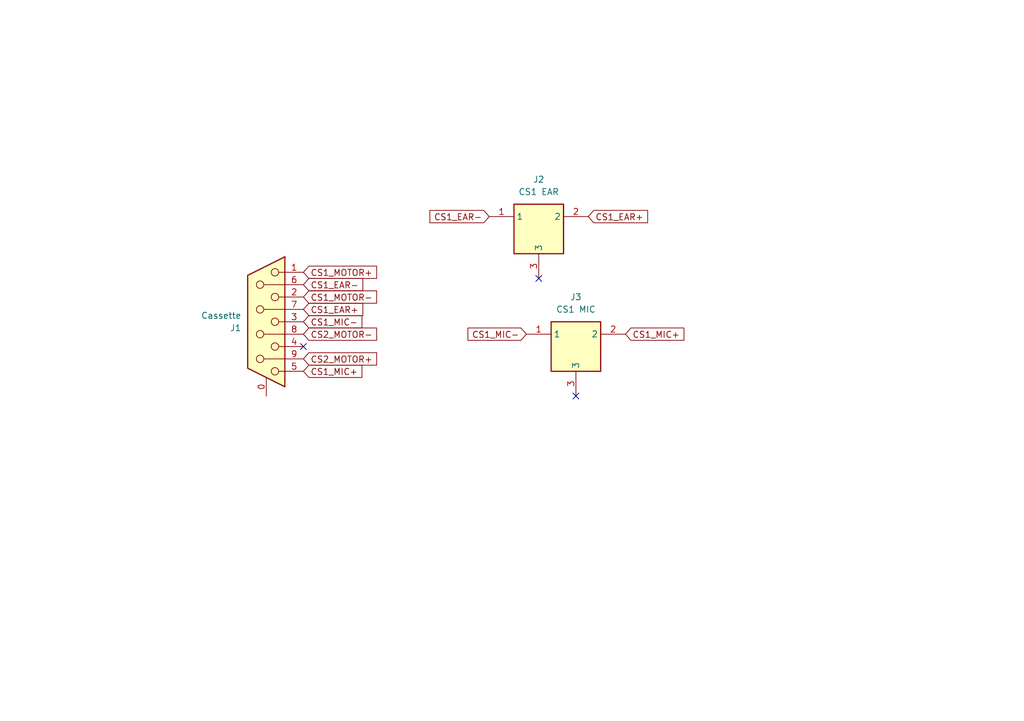
<source format=kicad_sch>
(kicad_sch (version 20250114) (generator "eeschema") (generator_version "9.0")
  (paper "A5")
  (title_block (title "TI 99/4A Cassette Adaptor (Design #2)") (date "7/NOV/2025") (rev "A") (company "Brett Hallen") (comment 1 "www.youtube.com/@Brfff"))
  (lib_symbols
    (symbol "Clueless_Engineer:MJ-3536N_3.5mm_Mono_Socket"
      (property "Reference" "J" (at 16.51 7.62 0))
      (property "Value" "MJ-3536N_3.5mm_Mono_Socket" (at 16.51 5.08 0))
      (symbol "MJ-3536N_3.5mm_Mono_Socket_1_1"
        (rectangle (start 5.08 2.54) (end 15.24 -7.62) (stroke (width 0.254)) (fill (type background)))
        (pin passive line (at 0 0 0) (length 5.08) (name "1") (number "1"))
        (pin passive line (at 10.16 -12.7 90) (length 5.08) (name "3") (number "3"))
        (pin passive line (at 20.32 0 180) (length 5.08) (name "2") (number "2"))
      )
    )
    (symbol "Connector:DE9_Socket_MountingHoles" (pin_names (offset 1.016) (hide yes))
      (property "Reference" "J" (at 0 16.51 0))
      (property "Value" "DE9_Socket_MountingHoles" (at 0 14.605 0))
      (symbol "DE9_Socket_MountingHoles_0_1"
        (polyline (pts (xy -3.81 13.335) (xy -3.81 -13.335) (xy 3.81 -9.525) (xy 3.81 9.525) (xy -3.81 13.335)) (stroke (width 0.254)) (fill (type background)))
        (polyline (pts (xy -3.81 10.16) (xy -2.54 10.16)))
        (polyline (pts (xy -3.81 7.62) (xy 0.508 7.62)))
        (polyline (pts (xy -3.81 5.08) (xy -2.54 5.08)))
        (polyline (pts (xy -3.81 2.54) (xy 0.508 2.54)))
        (polyline (pts (xy -3.81 0) (xy -2.54 0)))
        (polyline (pts (xy -3.81 -2.54) (xy 0.508 -2.54)))
        (polyline (pts (xy -3.81 -5.08) (xy -2.54 -5.08)))
        (polyline (pts (xy -3.81 -7.62) (xy 0.508 -7.62)))
        (polyline (pts (xy -3.81 -10.16) (xy -2.54 -10.16)))
        (circle (center -1.778 10.16) (radius 0.762))
        (circle (center -1.778 5.08) (radius 0.762))
        (circle (center -1.778 0) (radius 0.762))
        (circle (center -1.778 -5.08) (radius 0.762))
        (circle (center -1.778 -10.16) (radius 0.762))
        (circle (center 1.27 7.62) (radius 0.762))
        (circle (center 1.27 2.54) (radius 0.762))
        (circle (center 1.27 -2.54) (radius 0.762))
        (circle (center 1.27 -7.62) (radius 0.762))
      )
      (symbol "DE9_Socket_MountingHoles_1_1"
        (pin passive line (at -7.62 10.16 0) (length 3.81) (name "1") (number "1"))
        (pin passive line (at -7.62 7.62 0) (length 3.81) (name "6") (number "6"))
        (pin passive line (at -7.62 5.08 0) (length 3.81) (name "2") (number "2"))
        (pin passive line (at -7.62 2.54 0) (length 3.81) (name "7") (number "7"))
        (pin passive line (at -7.62 0 0) (length 3.81) (name "3") (number "3"))
        (pin passive line (at -7.62 -2.54 0) (length 3.81) (name "8") (number "8"))
        (pin passive line (at -7.62 -5.08 0) (length 3.81) (name "4") (number "4"))
        (pin passive line (at -7.62 -7.62 0) (length 3.81) (name "9") (number "9"))
        (pin passive line (at -7.62 -10.16 0) (length 3.81) (name "5") (number "5"))
        (pin passive line (at 0 -15.24 90) (length 3.81) (name "PAD") (number "0"))
      )
    )
  )
  (no_connect (at 118.11 81.28))
  (no_connect (at 62.23 71.12))
  (no_connect (at 110.49 57.15))
  (global_label "CS1_MOTOR+" (shape input) (at 62.23 55.88 0) (property "Intersheetrefs" "${INTERSHEET_REFS}" (effects (hide yes))))
  (global_label "CS1_EAR-" (shape input) (at 100.33 44.45 180) (property "Intersheetrefs" "${INTERSHEET_REFS}" (effects (hide yes))))
  (global_label "CS1_MIC-" (shape input) (at 107.95 68.58 180) (property "Intersheetrefs" "${INTERSHEET_REFS}" (effects (hide yes))))
  (global_label "CS1_MIC+" (shape input) (at 62.23 76.2 0) (property "Intersheetrefs" "${INTERSHEET_REFS}" (effects (hide yes))))
  (global_label "CS1_MIC+" (shape input) (at 128.27 68.58 0) (property "Intersheetrefs" "${INTERSHEET_REFS}" (effects (hide yes))))
  (global_label "CS1_MIC-" (shape input) (at 62.23 66.04 0) (property "Intersheetrefs" "${INTERSHEET_REFS}" (effects (hide yes))))
  (global_label "CS1_EAR+" (shape input) (at 62.23 63.5 0) (property "Intersheetrefs" "${INTERSHEET_REFS}" (effects (hide yes))))
  (global_label "CS1_EAR+" (shape input) (at 120.65 44.45 0) (property "Intersheetrefs" "${INTERSHEET_REFS}" (effects (hide yes))))
  (global_label "CS2_MOTOR+" (shape input) (at 62.23 73.66 0) (property "Intersheetrefs" "${INTERSHEET_REFS}" (effects (hide yes))))
  (global_label "CS1_EAR-" (shape input) (at 62.23 58.42 0) (property "Intersheetrefs" "${INTERSHEET_REFS}" (effects (hide yes))))
  (global_label "CS1_MOTOR-" (shape input) (at 62.23 60.96 0) (property "Intersheetrefs" "${INTERSHEET_REFS}" (effects (hide yes))))
  (global_label "CS2_MOTOR-" (shape input) (at 62.23 68.58 0) (property "Intersheetrefs" "${INTERSHEET_REFS}" (effects (hide yes))))
  (symbol (lib_id "Clueless_Engineer:MJ-3536N_3.5mm_Mono_Socket") (at 100.33 44.45 0) (unit 1)
    (property "Reference" "J2" (at 110.49 36.83 0))
    (property "Value" "CS1 EAR" (at 110.49 39.37 0))
    (property "Footprint" "Clueless_Engineer:MJ3536N" (effects (hide yes)))
    (property "Datasheet" "https://www.sameskydevices.com/product/resource/supplyframepdf/mj-3536n.pdf" (effects (hide yes)))
    (property "Description" "3.5 mm, Mono, Right Angle, Through Hole, 2 Conductors, 1 Internal Switch, Audio Jack Connector" (effects (hide yes)))
    (property "Height" "10" (effects (hide yes)))
    (property "Mouser Part Number" "490-MJ-3536N" (effects (hide yes)))
    (property "Mouser Price/Stock" "https://www.mouser.co.uk/ProductDetail/Same-Sky/MJ-3536N?qs=WyjlAZoYn51vdgS3Tq1ykQ%3D%3D" (effects (hide yes)))
    (property "Manufacturer_Name" "Same Sky" (effects (hide yes)))
    (property "Manufacturer_Part_Number" "MJ-3536N" (effects (hide yes)))
  )
  (symbol (lib_id "Connector:DE9_Socket_MountingHoles") (at 54.61 66.04 0) (mirror y) (unit 1)
    (property "Reference" "J1" (at 49.53 67.3101 0) (effects (justify left)))
    (property "Value" "Cassette" (at 49.53 64.7701 0) (effects (justify left)))
    (property "Footprint" "Connector_Dsub:DSUB-9_Pins_EdgeMount_P2.77mm" (effects (hide yes)))
    (property "Description" "9-pin D-SUB connector, socket (female), Mounting Hole" (effects (hide yes)))
  )
  (symbol (lib_id "Clueless_Engineer:MJ-3536N_3.5mm_Mono_Socket") (at 107.95 68.58 0) (unit 1)
    (property "Reference" "J3" (at 118.11 60.96 0))
    (property "Value" "CS1 MIC" (at 118.11 63.5 0))
    (property "Footprint" "Clueless_Engineer:MJ3536N" (effects (hide yes)))
    (property "Datasheet" "https://www.sameskydevices.com/product/resource/supplyframepdf/mj-3536n.pdf" (effects (hide yes)))
    (property "Description" "3.5 mm, Mono, Right Angle, Through Hole, 2 Conductors, 1 Internal Switch, Audio Jack Connector" (effects (hide yes)))
    (property "Height" "10" (effects (hide yes)))
    (property "Mouser Part Number" "490-MJ-3536N" (effects (hide yes)))
    (property "Mouser Price/Stock" "https://www.mouser.co.uk/ProductDetail/Same-Sky/MJ-3536N?qs=WyjlAZoYn51vdgS3Tq1ykQ%3D%3D" (effects (hide yes)))
    (property "Manufacturer_Name" "Same Sky" (effects (hide yes)))
    (property "Manufacturer_Part_Number" "MJ-3536N" (effects (hide yes)))
  )
)
</source>
